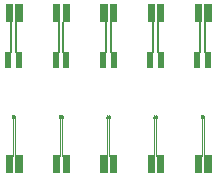
<source format=gtl>
G75*
%MOIN*%
%OFA0B0*%
%FSLAX25Y25*%
%IPPOS*%
%LPD*%
%AMOC8*
5,1,8,0,0,1.08239X$1,22.5*
%
%ADD10R,0.00394X0.01102*%
%ADD11R,0.00591X0.01102*%
%ADD12C,0.00039*%
%ADD13C,0.00236*%
%ADD14R,0.02165X0.05315*%
%ADD15C,0.00300*%
%ADD16C,0.00591*%
D10*
X0008185Y0021079D03*
X0023933Y0021079D03*
X0039681Y0021079D03*
X0055429Y0021079D03*
X0071177Y0021079D03*
D11*
X0072417Y0021079D03*
X0056669Y0021079D03*
X0040921Y0021079D03*
X0025173Y0021079D03*
X0009425Y0021079D03*
D12*
X0009130Y0021077D02*
X0008874Y0021077D01*
X0008874Y0021039D02*
X0009130Y0021039D01*
X0009130Y0021001D02*
X0008874Y0021001D01*
X0008874Y0020963D02*
X0009130Y0020963D01*
X0009130Y0020926D02*
X0008874Y0020926D01*
X0008874Y0020888D02*
X0009130Y0020888D01*
X0009130Y0020850D02*
X0008874Y0020850D01*
X0008874Y0020812D02*
X0009130Y0020812D01*
X0009130Y0020774D02*
X0008903Y0020774D01*
X0008874Y0020803D02*
X0009130Y0020547D01*
X0009130Y0021610D01*
X0008874Y0021354D01*
X0008874Y0020803D01*
X0008941Y0020736D02*
X0009130Y0020736D01*
X0009130Y0020698D02*
X0008979Y0020698D01*
X0009017Y0020660D02*
X0009130Y0020660D01*
X0009130Y0020623D02*
X0009055Y0020623D01*
X0009092Y0020585D02*
X0009130Y0020585D01*
X0009130Y0021115D02*
X0008874Y0021115D01*
X0008874Y0021153D02*
X0009130Y0021153D01*
X0009130Y0021191D02*
X0008874Y0021191D01*
X0008874Y0021229D02*
X0009130Y0021229D01*
X0009130Y0021267D02*
X0008874Y0021267D01*
X0008874Y0021304D02*
X0009130Y0021304D01*
X0009130Y0021342D02*
X0008874Y0021342D01*
X0008900Y0021380D02*
X0009130Y0021380D01*
X0009130Y0021418D02*
X0008938Y0021418D01*
X0008976Y0021456D02*
X0009130Y0021456D01*
X0009130Y0021494D02*
X0009014Y0021494D01*
X0009051Y0021532D02*
X0009130Y0021532D01*
X0009130Y0021570D02*
X0009089Y0021570D01*
X0009127Y0021607D02*
X0009130Y0021607D01*
X0008598Y0021394D02*
X0008598Y0020764D01*
X0008382Y0020547D01*
X0008382Y0021610D01*
X0008598Y0021394D01*
X0008598Y0021380D02*
X0008382Y0021380D01*
X0008382Y0021342D02*
X0008598Y0021342D01*
X0008598Y0021304D02*
X0008382Y0021304D01*
X0008382Y0021267D02*
X0008598Y0021267D01*
X0008598Y0021229D02*
X0008382Y0021229D01*
X0008382Y0021191D02*
X0008598Y0021191D01*
X0008598Y0021153D02*
X0008382Y0021153D01*
X0008382Y0021115D02*
X0008598Y0021115D01*
X0008598Y0021077D02*
X0008382Y0021077D01*
X0008382Y0021039D02*
X0008598Y0021039D01*
X0008598Y0021001D02*
X0008382Y0021001D01*
X0008382Y0020963D02*
X0008598Y0020963D01*
X0008598Y0020926D02*
X0008382Y0020926D01*
X0008382Y0020888D02*
X0008598Y0020888D01*
X0008598Y0020850D02*
X0008382Y0020850D01*
X0008382Y0020812D02*
X0008598Y0020812D01*
X0008598Y0020774D02*
X0008382Y0020774D01*
X0008382Y0020736D02*
X0008571Y0020736D01*
X0008533Y0020698D02*
X0008382Y0020698D01*
X0008382Y0020660D02*
X0008495Y0020660D01*
X0008457Y0020623D02*
X0008382Y0020623D01*
X0008382Y0020585D02*
X0008419Y0020585D01*
X0008382Y0021418D02*
X0008574Y0021418D01*
X0008536Y0021456D02*
X0008382Y0021456D01*
X0008382Y0021494D02*
X0008498Y0021494D01*
X0008460Y0021532D02*
X0008382Y0021532D01*
X0008382Y0021570D02*
X0008423Y0021570D01*
X0008385Y0021607D02*
X0008382Y0021607D01*
X0024130Y0021610D02*
X0024130Y0020547D01*
X0024346Y0020764D01*
X0024346Y0021394D01*
X0024130Y0021610D01*
X0024130Y0021607D02*
X0024133Y0021607D01*
X0024130Y0021570D02*
X0024171Y0021570D01*
X0024208Y0021532D02*
X0024130Y0021532D01*
X0024130Y0021494D02*
X0024246Y0021494D01*
X0024284Y0021456D02*
X0024130Y0021456D01*
X0024130Y0021418D02*
X0024322Y0021418D01*
X0024346Y0021380D02*
X0024130Y0021380D01*
X0024130Y0021342D02*
X0024346Y0021342D01*
X0024346Y0021304D02*
X0024130Y0021304D01*
X0024130Y0021267D02*
X0024346Y0021267D01*
X0024346Y0021229D02*
X0024130Y0021229D01*
X0024130Y0021191D02*
X0024346Y0021191D01*
X0024346Y0021153D02*
X0024130Y0021153D01*
X0024130Y0021115D02*
X0024346Y0021115D01*
X0024346Y0021077D02*
X0024130Y0021077D01*
X0024130Y0021039D02*
X0024346Y0021039D01*
X0024346Y0021001D02*
X0024130Y0021001D01*
X0024130Y0020963D02*
X0024346Y0020963D01*
X0024346Y0020926D02*
X0024130Y0020926D01*
X0024130Y0020888D02*
X0024346Y0020888D01*
X0024346Y0020850D02*
X0024130Y0020850D01*
X0024130Y0020812D02*
X0024346Y0020812D01*
X0024346Y0020774D02*
X0024130Y0020774D01*
X0024130Y0020736D02*
X0024319Y0020736D01*
X0024281Y0020698D02*
X0024130Y0020698D01*
X0024130Y0020660D02*
X0024243Y0020660D01*
X0024205Y0020623D02*
X0024130Y0020623D01*
X0024130Y0020585D02*
X0024167Y0020585D01*
X0024622Y0020803D02*
X0024622Y0021354D01*
X0024878Y0021610D01*
X0024878Y0020547D01*
X0024622Y0020803D01*
X0024622Y0020812D02*
X0024878Y0020812D01*
X0024878Y0020850D02*
X0024622Y0020850D01*
X0024622Y0020888D02*
X0024878Y0020888D01*
X0024878Y0020926D02*
X0024622Y0020926D01*
X0024622Y0020963D02*
X0024878Y0020963D01*
X0024878Y0021001D02*
X0024622Y0021001D01*
X0024622Y0021039D02*
X0024878Y0021039D01*
X0024878Y0021077D02*
X0024622Y0021077D01*
X0024622Y0021115D02*
X0024878Y0021115D01*
X0024878Y0021153D02*
X0024622Y0021153D01*
X0024622Y0021191D02*
X0024878Y0021191D01*
X0024878Y0021229D02*
X0024622Y0021229D01*
X0024622Y0021267D02*
X0024878Y0021267D01*
X0024878Y0021304D02*
X0024622Y0021304D01*
X0024622Y0021342D02*
X0024878Y0021342D01*
X0024878Y0021380D02*
X0024648Y0021380D01*
X0024686Y0021418D02*
X0024878Y0021418D01*
X0024878Y0021456D02*
X0024724Y0021456D01*
X0024762Y0021494D02*
X0024878Y0021494D01*
X0024878Y0021532D02*
X0024799Y0021532D01*
X0024837Y0021570D02*
X0024878Y0021570D01*
X0024875Y0021607D02*
X0024878Y0021607D01*
X0024878Y0020774D02*
X0024651Y0020774D01*
X0024689Y0020736D02*
X0024878Y0020736D01*
X0024878Y0020698D02*
X0024727Y0020698D01*
X0024765Y0020660D02*
X0024878Y0020660D01*
X0024878Y0020623D02*
X0024803Y0020623D01*
X0024841Y0020585D02*
X0024878Y0020585D01*
X0039878Y0020585D02*
X0039915Y0020585D01*
X0039878Y0020623D02*
X0039953Y0020623D01*
X0039991Y0020660D02*
X0039878Y0020660D01*
X0039878Y0020698D02*
X0040029Y0020698D01*
X0040067Y0020736D02*
X0039878Y0020736D01*
X0039878Y0020774D02*
X0040094Y0020774D01*
X0040094Y0020764D02*
X0040094Y0021394D01*
X0039878Y0021610D01*
X0039878Y0020547D01*
X0040094Y0020764D01*
X0040094Y0020812D02*
X0039878Y0020812D01*
X0039878Y0020850D02*
X0040094Y0020850D01*
X0040094Y0020888D02*
X0039878Y0020888D01*
X0039878Y0020926D02*
X0040094Y0020926D01*
X0040094Y0020963D02*
X0039878Y0020963D01*
X0039878Y0021001D02*
X0040094Y0021001D01*
X0040094Y0021039D02*
X0039878Y0021039D01*
X0039878Y0021077D02*
X0040094Y0021077D01*
X0040094Y0021115D02*
X0039878Y0021115D01*
X0039878Y0021153D02*
X0040094Y0021153D01*
X0040094Y0021191D02*
X0039878Y0021191D01*
X0039878Y0021229D02*
X0040094Y0021229D01*
X0040094Y0021267D02*
X0039878Y0021267D01*
X0039878Y0021304D02*
X0040094Y0021304D01*
X0040094Y0021342D02*
X0039878Y0021342D01*
X0039878Y0021380D02*
X0040094Y0021380D01*
X0040070Y0021418D02*
X0039878Y0021418D01*
X0039878Y0021456D02*
X0040032Y0021456D01*
X0039994Y0021494D02*
X0039878Y0021494D01*
X0039878Y0021532D02*
X0039956Y0021532D01*
X0039919Y0021570D02*
X0039878Y0021570D01*
X0039878Y0021607D02*
X0039881Y0021607D01*
X0040370Y0021354D02*
X0040370Y0020803D01*
X0040626Y0020547D01*
X0040626Y0021610D01*
X0040370Y0021354D01*
X0040370Y0021342D02*
X0040626Y0021342D01*
X0040626Y0021304D02*
X0040370Y0021304D01*
X0040370Y0021267D02*
X0040626Y0021267D01*
X0040626Y0021229D02*
X0040370Y0021229D01*
X0040370Y0021191D02*
X0040626Y0021191D01*
X0040626Y0021153D02*
X0040370Y0021153D01*
X0040370Y0021115D02*
X0040626Y0021115D01*
X0040626Y0021077D02*
X0040370Y0021077D01*
X0040370Y0021039D02*
X0040626Y0021039D01*
X0040626Y0021001D02*
X0040370Y0021001D01*
X0040370Y0020963D02*
X0040626Y0020963D01*
X0040626Y0020926D02*
X0040370Y0020926D01*
X0040370Y0020888D02*
X0040626Y0020888D01*
X0040626Y0020850D02*
X0040370Y0020850D01*
X0040370Y0020812D02*
X0040626Y0020812D01*
X0040626Y0020774D02*
X0040399Y0020774D01*
X0040437Y0020736D02*
X0040626Y0020736D01*
X0040626Y0020698D02*
X0040475Y0020698D01*
X0040513Y0020660D02*
X0040626Y0020660D01*
X0040626Y0020623D02*
X0040551Y0020623D01*
X0040589Y0020585D02*
X0040626Y0020585D01*
X0040626Y0021380D02*
X0040396Y0021380D01*
X0040434Y0021418D02*
X0040626Y0021418D01*
X0040626Y0021456D02*
X0040472Y0021456D01*
X0040510Y0021494D02*
X0040626Y0021494D01*
X0040626Y0021532D02*
X0040547Y0021532D01*
X0040585Y0021570D02*
X0040626Y0021570D01*
X0040623Y0021607D02*
X0040626Y0021607D01*
X0055626Y0021610D02*
X0055626Y0020547D01*
X0055843Y0020764D01*
X0055843Y0021394D01*
X0055626Y0021610D01*
X0055626Y0021607D02*
X0055629Y0021607D01*
X0055626Y0021570D02*
X0055667Y0021570D01*
X0055705Y0021532D02*
X0055626Y0021532D01*
X0055626Y0021494D02*
X0055742Y0021494D01*
X0055780Y0021456D02*
X0055626Y0021456D01*
X0055626Y0021418D02*
X0055818Y0021418D01*
X0055843Y0021380D02*
X0055626Y0021380D01*
X0055626Y0021342D02*
X0055843Y0021342D01*
X0055843Y0021304D02*
X0055626Y0021304D01*
X0055626Y0021267D02*
X0055843Y0021267D01*
X0055843Y0021229D02*
X0055626Y0021229D01*
X0055626Y0021191D02*
X0055843Y0021191D01*
X0055843Y0021153D02*
X0055626Y0021153D01*
X0055626Y0021115D02*
X0055843Y0021115D01*
X0055843Y0021077D02*
X0055626Y0021077D01*
X0055626Y0021039D02*
X0055843Y0021039D01*
X0055843Y0021001D02*
X0055626Y0021001D01*
X0055626Y0020963D02*
X0055843Y0020963D01*
X0055843Y0020926D02*
X0055626Y0020926D01*
X0055626Y0020888D02*
X0055843Y0020888D01*
X0055843Y0020850D02*
X0055626Y0020850D01*
X0055626Y0020812D02*
X0055843Y0020812D01*
X0055843Y0020774D02*
X0055626Y0020774D01*
X0055626Y0020736D02*
X0055815Y0020736D01*
X0055777Y0020698D02*
X0055626Y0020698D01*
X0055626Y0020660D02*
X0055739Y0020660D01*
X0055701Y0020623D02*
X0055626Y0020623D01*
X0055626Y0020585D02*
X0055663Y0020585D01*
X0056118Y0020803D02*
X0056118Y0021354D01*
X0056374Y0021610D01*
X0056374Y0020547D01*
X0056118Y0020803D01*
X0056118Y0020812D02*
X0056374Y0020812D01*
X0056374Y0020850D02*
X0056118Y0020850D01*
X0056118Y0020888D02*
X0056374Y0020888D01*
X0056374Y0020926D02*
X0056118Y0020926D01*
X0056118Y0020963D02*
X0056374Y0020963D01*
X0056374Y0021001D02*
X0056118Y0021001D01*
X0056118Y0021039D02*
X0056374Y0021039D01*
X0056374Y0021077D02*
X0056118Y0021077D01*
X0056118Y0021115D02*
X0056374Y0021115D01*
X0056374Y0021153D02*
X0056118Y0021153D01*
X0056118Y0021191D02*
X0056374Y0021191D01*
X0056374Y0021229D02*
X0056118Y0021229D01*
X0056118Y0021267D02*
X0056374Y0021267D01*
X0056374Y0021304D02*
X0056118Y0021304D01*
X0056118Y0021342D02*
X0056374Y0021342D01*
X0056374Y0021380D02*
X0056144Y0021380D01*
X0056182Y0021418D02*
X0056374Y0021418D01*
X0056374Y0021456D02*
X0056220Y0021456D01*
X0056258Y0021494D02*
X0056374Y0021494D01*
X0056374Y0021532D02*
X0056295Y0021532D01*
X0056333Y0021570D02*
X0056374Y0021570D01*
X0056371Y0021607D02*
X0056374Y0021607D01*
X0056374Y0020774D02*
X0056147Y0020774D01*
X0056185Y0020736D02*
X0056374Y0020736D01*
X0056374Y0020698D02*
X0056223Y0020698D01*
X0056261Y0020660D02*
X0056374Y0020660D01*
X0056374Y0020623D02*
X0056299Y0020623D01*
X0056337Y0020585D02*
X0056374Y0020585D01*
X0071374Y0020585D02*
X0071411Y0020585D01*
X0071374Y0020623D02*
X0071449Y0020623D01*
X0071487Y0020660D02*
X0071374Y0020660D01*
X0071374Y0020698D02*
X0071525Y0020698D01*
X0071563Y0020736D02*
X0071374Y0020736D01*
X0071374Y0020774D02*
X0071591Y0020774D01*
X0071591Y0020764D02*
X0071591Y0021394D01*
X0071374Y0021610D01*
X0071374Y0020547D01*
X0071591Y0020764D01*
X0071591Y0020812D02*
X0071374Y0020812D01*
X0071374Y0020850D02*
X0071591Y0020850D01*
X0071591Y0020888D02*
X0071374Y0020888D01*
X0071374Y0020926D02*
X0071591Y0020926D01*
X0071591Y0020963D02*
X0071374Y0020963D01*
X0071374Y0021001D02*
X0071591Y0021001D01*
X0071591Y0021039D02*
X0071374Y0021039D01*
X0071374Y0021077D02*
X0071591Y0021077D01*
X0071591Y0021115D02*
X0071374Y0021115D01*
X0071374Y0021153D02*
X0071591Y0021153D01*
X0071591Y0021191D02*
X0071374Y0021191D01*
X0071374Y0021229D02*
X0071591Y0021229D01*
X0071591Y0021267D02*
X0071374Y0021267D01*
X0071374Y0021304D02*
X0071591Y0021304D01*
X0071591Y0021342D02*
X0071374Y0021342D01*
X0071374Y0021380D02*
X0071591Y0021380D01*
X0071566Y0021418D02*
X0071374Y0021418D01*
X0071374Y0021456D02*
X0071528Y0021456D01*
X0071490Y0021494D02*
X0071374Y0021494D01*
X0071374Y0021532D02*
X0071453Y0021532D01*
X0071415Y0021570D02*
X0071374Y0021570D01*
X0071374Y0021607D02*
X0071377Y0021607D01*
X0071866Y0021354D02*
X0071866Y0020803D01*
X0072122Y0020547D01*
X0072122Y0021610D01*
X0071866Y0021354D01*
X0071866Y0021342D02*
X0072122Y0021342D01*
X0072122Y0021304D02*
X0071866Y0021304D01*
X0071866Y0021267D02*
X0072122Y0021267D01*
X0072122Y0021229D02*
X0071866Y0021229D01*
X0071866Y0021191D02*
X0072122Y0021191D01*
X0072122Y0021153D02*
X0071866Y0021153D01*
X0071866Y0021115D02*
X0072122Y0021115D01*
X0072122Y0021077D02*
X0071866Y0021077D01*
X0071866Y0021039D02*
X0072122Y0021039D01*
X0072122Y0021001D02*
X0071866Y0021001D01*
X0071866Y0020963D02*
X0072122Y0020963D01*
X0072122Y0020926D02*
X0071866Y0020926D01*
X0071866Y0020888D02*
X0072122Y0020888D01*
X0072122Y0020850D02*
X0071866Y0020850D01*
X0071866Y0020812D02*
X0072122Y0020812D01*
X0072122Y0020774D02*
X0071895Y0020774D01*
X0071933Y0020736D02*
X0072122Y0020736D01*
X0072122Y0020698D02*
X0071971Y0020698D01*
X0072009Y0020660D02*
X0072122Y0020660D01*
X0072122Y0020623D02*
X0072047Y0020623D01*
X0072085Y0020585D02*
X0072122Y0020585D01*
X0072122Y0021380D02*
X0071892Y0021380D01*
X0071930Y0021418D02*
X0072122Y0021418D01*
X0072122Y0021456D02*
X0071968Y0021456D01*
X0072006Y0021494D02*
X0072122Y0021494D01*
X0072122Y0021532D02*
X0072044Y0021532D01*
X0072081Y0021570D02*
X0072122Y0021570D01*
X0072119Y0021607D02*
X0072122Y0021607D01*
D13*
X0008362Y0002496D02*
X0006236Y0002496D01*
X0006236Y0008166D01*
X0008362Y0008166D01*
X0008362Y0002496D01*
X0008362Y0002731D02*
X0006236Y0002731D01*
X0006236Y0002966D02*
X0008362Y0002966D01*
X0008362Y0003201D02*
X0006236Y0003201D01*
X0006236Y0003436D02*
X0008362Y0003436D01*
X0008362Y0003671D02*
X0006236Y0003671D01*
X0006236Y0003906D02*
X0008362Y0003906D01*
X0008362Y0004141D02*
X0006236Y0004141D01*
X0006236Y0004376D02*
X0008362Y0004376D01*
X0008362Y0004611D02*
X0006236Y0004611D01*
X0006236Y0004846D02*
X0008362Y0004846D01*
X0008362Y0005081D02*
X0006236Y0005081D01*
X0006236Y0005316D02*
X0008362Y0005316D01*
X0008362Y0005551D02*
X0006236Y0005551D01*
X0006236Y0005786D02*
X0008362Y0005786D01*
X0008362Y0006021D02*
X0006236Y0006021D01*
X0006236Y0006256D02*
X0008362Y0006256D01*
X0008362Y0006491D02*
X0006236Y0006491D01*
X0006236Y0006726D02*
X0008362Y0006726D01*
X0008362Y0006961D02*
X0006236Y0006961D01*
X0006236Y0007196D02*
X0008362Y0007196D01*
X0008362Y0007431D02*
X0006236Y0007431D01*
X0006236Y0007666D02*
X0008362Y0007666D01*
X0008362Y0007901D02*
X0006236Y0007901D01*
X0006236Y0008136D02*
X0008362Y0008136D01*
X0009386Y0002496D02*
X0011512Y0002496D01*
X0009386Y0002496D02*
X0009386Y0008166D01*
X0011512Y0008166D01*
X0011512Y0002496D01*
X0011512Y0002731D02*
X0009386Y0002731D01*
X0009386Y0002966D02*
X0011512Y0002966D01*
X0011512Y0003201D02*
X0009386Y0003201D01*
X0009386Y0003436D02*
X0011512Y0003436D01*
X0011512Y0003671D02*
X0009386Y0003671D01*
X0009386Y0003906D02*
X0011512Y0003906D01*
X0011512Y0004141D02*
X0009386Y0004141D01*
X0009386Y0004376D02*
X0011512Y0004376D01*
X0011512Y0004611D02*
X0009386Y0004611D01*
X0009386Y0004846D02*
X0011512Y0004846D01*
X0011512Y0005081D02*
X0009386Y0005081D01*
X0009386Y0005316D02*
X0011512Y0005316D01*
X0011512Y0005551D02*
X0009386Y0005551D01*
X0009386Y0005786D02*
X0011512Y0005786D01*
X0011512Y0006021D02*
X0009386Y0006021D01*
X0009386Y0006256D02*
X0011512Y0006256D01*
X0011512Y0006491D02*
X0009386Y0006491D01*
X0009386Y0006726D02*
X0011512Y0006726D01*
X0011512Y0006961D02*
X0009386Y0006961D01*
X0009386Y0007196D02*
X0011512Y0007196D01*
X0011512Y0007431D02*
X0009386Y0007431D01*
X0009386Y0007666D02*
X0011512Y0007666D01*
X0011512Y0007901D02*
X0009386Y0007901D01*
X0009386Y0008136D02*
X0011512Y0008136D01*
X0021984Y0002496D02*
X0024110Y0002496D01*
X0021984Y0002496D02*
X0021984Y0008166D01*
X0024110Y0008166D01*
X0024110Y0002496D01*
X0024110Y0002731D02*
X0021984Y0002731D01*
X0021984Y0002966D02*
X0024110Y0002966D01*
X0024110Y0003201D02*
X0021984Y0003201D01*
X0021984Y0003436D02*
X0024110Y0003436D01*
X0024110Y0003671D02*
X0021984Y0003671D01*
X0021984Y0003906D02*
X0024110Y0003906D01*
X0024110Y0004141D02*
X0021984Y0004141D01*
X0021984Y0004376D02*
X0024110Y0004376D01*
X0024110Y0004611D02*
X0021984Y0004611D01*
X0021984Y0004846D02*
X0024110Y0004846D01*
X0024110Y0005081D02*
X0021984Y0005081D01*
X0021984Y0005316D02*
X0024110Y0005316D01*
X0024110Y0005551D02*
X0021984Y0005551D01*
X0021984Y0005786D02*
X0024110Y0005786D01*
X0024110Y0006021D02*
X0021984Y0006021D01*
X0021984Y0006256D02*
X0024110Y0006256D01*
X0024110Y0006491D02*
X0021984Y0006491D01*
X0021984Y0006726D02*
X0024110Y0006726D01*
X0024110Y0006961D02*
X0021984Y0006961D01*
X0021984Y0007196D02*
X0024110Y0007196D01*
X0024110Y0007431D02*
X0021984Y0007431D01*
X0021984Y0007666D02*
X0024110Y0007666D01*
X0024110Y0007901D02*
X0021984Y0007901D01*
X0021984Y0008136D02*
X0024110Y0008136D01*
X0025134Y0002496D02*
X0027260Y0002496D01*
X0025134Y0002496D02*
X0025134Y0008166D01*
X0027260Y0008166D01*
X0027260Y0002496D01*
X0027260Y0002731D02*
X0025134Y0002731D01*
X0025134Y0002966D02*
X0027260Y0002966D01*
X0027260Y0003201D02*
X0025134Y0003201D01*
X0025134Y0003436D02*
X0027260Y0003436D01*
X0027260Y0003671D02*
X0025134Y0003671D01*
X0025134Y0003906D02*
X0027260Y0003906D01*
X0027260Y0004141D02*
X0025134Y0004141D01*
X0025134Y0004376D02*
X0027260Y0004376D01*
X0027260Y0004611D02*
X0025134Y0004611D01*
X0025134Y0004846D02*
X0027260Y0004846D01*
X0027260Y0005081D02*
X0025134Y0005081D01*
X0025134Y0005316D02*
X0027260Y0005316D01*
X0027260Y0005551D02*
X0025134Y0005551D01*
X0025134Y0005786D02*
X0027260Y0005786D01*
X0027260Y0006021D02*
X0025134Y0006021D01*
X0025134Y0006256D02*
X0027260Y0006256D01*
X0027260Y0006491D02*
X0025134Y0006491D01*
X0025134Y0006726D02*
X0027260Y0006726D01*
X0027260Y0006961D02*
X0025134Y0006961D01*
X0025134Y0007196D02*
X0027260Y0007196D01*
X0027260Y0007431D02*
X0025134Y0007431D01*
X0025134Y0007666D02*
X0027260Y0007666D01*
X0027260Y0007901D02*
X0025134Y0007901D01*
X0025134Y0008136D02*
X0027260Y0008136D01*
X0037732Y0002496D02*
X0039858Y0002496D01*
X0037732Y0002496D02*
X0037732Y0008166D01*
X0039858Y0008166D01*
X0039858Y0002496D01*
X0039858Y0002731D02*
X0037732Y0002731D01*
X0037732Y0002966D02*
X0039858Y0002966D01*
X0039858Y0003201D02*
X0037732Y0003201D01*
X0037732Y0003436D02*
X0039858Y0003436D01*
X0039858Y0003671D02*
X0037732Y0003671D01*
X0037732Y0003906D02*
X0039858Y0003906D01*
X0039858Y0004141D02*
X0037732Y0004141D01*
X0037732Y0004376D02*
X0039858Y0004376D01*
X0039858Y0004611D02*
X0037732Y0004611D01*
X0037732Y0004846D02*
X0039858Y0004846D01*
X0039858Y0005081D02*
X0037732Y0005081D01*
X0037732Y0005316D02*
X0039858Y0005316D01*
X0039858Y0005551D02*
X0037732Y0005551D01*
X0037732Y0005786D02*
X0039858Y0005786D01*
X0039858Y0006021D02*
X0037732Y0006021D01*
X0037732Y0006256D02*
X0039858Y0006256D01*
X0039858Y0006491D02*
X0037732Y0006491D01*
X0037732Y0006726D02*
X0039858Y0006726D01*
X0039858Y0006961D02*
X0037732Y0006961D01*
X0037732Y0007196D02*
X0039858Y0007196D01*
X0039858Y0007431D02*
X0037732Y0007431D01*
X0037732Y0007666D02*
X0039858Y0007666D01*
X0039858Y0007901D02*
X0037732Y0007901D01*
X0037732Y0008136D02*
X0039858Y0008136D01*
X0040882Y0002496D02*
X0043008Y0002496D01*
X0040882Y0002496D02*
X0040882Y0008166D01*
X0043008Y0008166D01*
X0043008Y0002496D01*
X0043008Y0002731D02*
X0040882Y0002731D01*
X0040882Y0002966D02*
X0043008Y0002966D01*
X0043008Y0003201D02*
X0040882Y0003201D01*
X0040882Y0003436D02*
X0043008Y0003436D01*
X0043008Y0003671D02*
X0040882Y0003671D01*
X0040882Y0003906D02*
X0043008Y0003906D01*
X0043008Y0004141D02*
X0040882Y0004141D01*
X0040882Y0004376D02*
X0043008Y0004376D01*
X0043008Y0004611D02*
X0040882Y0004611D01*
X0040882Y0004846D02*
X0043008Y0004846D01*
X0043008Y0005081D02*
X0040882Y0005081D01*
X0040882Y0005316D02*
X0043008Y0005316D01*
X0043008Y0005551D02*
X0040882Y0005551D01*
X0040882Y0005786D02*
X0043008Y0005786D01*
X0043008Y0006021D02*
X0040882Y0006021D01*
X0040882Y0006256D02*
X0043008Y0006256D01*
X0043008Y0006491D02*
X0040882Y0006491D01*
X0040882Y0006726D02*
X0043008Y0006726D01*
X0043008Y0006961D02*
X0040882Y0006961D01*
X0040882Y0007196D02*
X0043008Y0007196D01*
X0043008Y0007431D02*
X0040882Y0007431D01*
X0040882Y0007666D02*
X0043008Y0007666D01*
X0043008Y0007901D02*
X0040882Y0007901D01*
X0040882Y0008136D02*
X0043008Y0008136D01*
X0053480Y0002496D02*
X0055606Y0002496D01*
X0053480Y0002496D02*
X0053480Y0008166D01*
X0055606Y0008166D01*
X0055606Y0002496D01*
X0055606Y0002731D02*
X0053480Y0002731D01*
X0053480Y0002966D02*
X0055606Y0002966D01*
X0055606Y0003201D02*
X0053480Y0003201D01*
X0053480Y0003436D02*
X0055606Y0003436D01*
X0055606Y0003671D02*
X0053480Y0003671D01*
X0053480Y0003906D02*
X0055606Y0003906D01*
X0055606Y0004141D02*
X0053480Y0004141D01*
X0053480Y0004376D02*
X0055606Y0004376D01*
X0055606Y0004611D02*
X0053480Y0004611D01*
X0053480Y0004846D02*
X0055606Y0004846D01*
X0055606Y0005081D02*
X0053480Y0005081D01*
X0053480Y0005316D02*
X0055606Y0005316D01*
X0055606Y0005551D02*
X0053480Y0005551D01*
X0053480Y0005786D02*
X0055606Y0005786D01*
X0055606Y0006021D02*
X0053480Y0006021D01*
X0053480Y0006256D02*
X0055606Y0006256D01*
X0055606Y0006491D02*
X0053480Y0006491D01*
X0053480Y0006726D02*
X0055606Y0006726D01*
X0055606Y0006961D02*
X0053480Y0006961D01*
X0053480Y0007196D02*
X0055606Y0007196D01*
X0055606Y0007431D02*
X0053480Y0007431D01*
X0053480Y0007666D02*
X0055606Y0007666D01*
X0055606Y0007901D02*
X0053480Y0007901D01*
X0053480Y0008136D02*
X0055606Y0008136D01*
X0056630Y0002496D02*
X0058756Y0002496D01*
X0056630Y0002496D02*
X0056630Y0008166D01*
X0058756Y0008166D01*
X0058756Y0002496D01*
X0058756Y0002731D02*
X0056630Y0002731D01*
X0056630Y0002966D02*
X0058756Y0002966D01*
X0058756Y0003201D02*
X0056630Y0003201D01*
X0056630Y0003436D02*
X0058756Y0003436D01*
X0058756Y0003671D02*
X0056630Y0003671D01*
X0056630Y0003906D02*
X0058756Y0003906D01*
X0058756Y0004141D02*
X0056630Y0004141D01*
X0056630Y0004376D02*
X0058756Y0004376D01*
X0058756Y0004611D02*
X0056630Y0004611D01*
X0056630Y0004846D02*
X0058756Y0004846D01*
X0058756Y0005081D02*
X0056630Y0005081D01*
X0056630Y0005316D02*
X0058756Y0005316D01*
X0058756Y0005551D02*
X0056630Y0005551D01*
X0056630Y0005786D02*
X0058756Y0005786D01*
X0058756Y0006021D02*
X0056630Y0006021D01*
X0056630Y0006256D02*
X0058756Y0006256D01*
X0058756Y0006491D02*
X0056630Y0006491D01*
X0056630Y0006726D02*
X0058756Y0006726D01*
X0058756Y0006961D02*
X0056630Y0006961D01*
X0056630Y0007196D02*
X0058756Y0007196D01*
X0058756Y0007431D02*
X0056630Y0007431D01*
X0056630Y0007666D02*
X0058756Y0007666D01*
X0058756Y0007901D02*
X0056630Y0007901D01*
X0056630Y0008136D02*
X0058756Y0008136D01*
X0069228Y0002496D02*
X0071354Y0002496D01*
X0069228Y0002496D02*
X0069228Y0008166D01*
X0071354Y0008166D01*
X0071354Y0002496D01*
X0071354Y0002731D02*
X0069228Y0002731D01*
X0069228Y0002966D02*
X0071354Y0002966D01*
X0071354Y0003201D02*
X0069228Y0003201D01*
X0069228Y0003436D02*
X0071354Y0003436D01*
X0071354Y0003671D02*
X0069228Y0003671D01*
X0069228Y0003906D02*
X0071354Y0003906D01*
X0071354Y0004141D02*
X0069228Y0004141D01*
X0069228Y0004376D02*
X0071354Y0004376D01*
X0071354Y0004611D02*
X0069228Y0004611D01*
X0069228Y0004846D02*
X0071354Y0004846D01*
X0071354Y0005081D02*
X0069228Y0005081D01*
X0069228Y0005316D02*
X0071354Y0005316D01*
X0071354Y0005551D02*
X0069228Y0005551D01*
X0069228Y0005786D02*
X0071354Y0005786D01*
X0071354Y0006021D02*
X0069228Y0006021D01*
X0069228Y0006256D02*
X0071354Y0006256D01*
X0071354Y0006491D02*
X0069228Y0006491D01*
X0069228Y0006726D02*
X0071354Y0006726D01*
X0071354Y0006961D02*
X0069228Y0006961D01*
X0069228Y0007196D02*
X0071354Y0007196D01*
X0071354Y0007431D02*
X0069228Y0007431D01*
X0069228Y0007666D02*
X0071354Y0007666D01*
X0071354Y0007901D02*
X0069228Y0007901D01*
X0069228Y0008136D02*
X0071354Y0008136D01*
X0072378Y0002496D02*
X0074504Y0002496D01*
X0072378Y0002496D02*
X0072378Y0008166D01*
X0074504Y0008166D01*
X0074504Y0002496D01*
X0074504Y0002731D02*
X0072378Y0002731D01*
X0072378Y0002966D02*
X0074504Y0002966D01*
X0074504Y0003201D02*
X0072378Y0003201D01*
X0072378Y0003436D02*
X0074504Y0003436D01*
X0074504Y0003671D02*
X0072378Y0003671D01*
X0072378Y0003906D02*
X0074504Y0003906D01*
X0074504Y0004141D02*
X0072378Y0004141D01*
X0072378Y0004376D02*
X0074504Y0004376D01*
X0074504Y0004611D02*
X0072378Y0004611D01*
X0072378Y0004846D02*
X0074504Y0004846D01*
X0074504Y0005081D02*
X0072378Y0005081D01*
X0072378Y0005316D02*
X0074504Y0005316D01*
X0074504Y0005551D02*
X0072378Y0005551D01*
X0072378Y0005786D02*
X0074504Y0005786D01*
X0074504Y0006021D02*
X0072378Y0006021D01*
X0072378Y0006256D02*
X0074504Y0006256D01*
X0074504Y0006491D02*
X0072378Y0006491D01*
X0072378Y0006726D02*
X0074504Y0006726D01*
X0074504Y0006961D02*
X0072378Y0006961D01*
X0072378Y0007196D02*
X0074504Y0007196D01*
X0074504Y0007431D02*
X0072378Y0007431D01*
X0072378Y0007666D02*
X0074504Y0007666D01*
X0074504Y0007901D02*
X0072378Y0007901D01*
X0072378Y0008136D02*
X0074504Y0008136D01*
X0074504Y0058559D02*
X0072378Y0058559D01*
X0074504Y0058559D02*
X0074504Y0052889D01*
X0072378Y0052889D01*
X0072378Y0058559D01*
X0072378Y0053124D02*
X0074504Y0053124D01*
X0074504Y0053359D02*
X0072378Y0053359D01*
X0072378Y0053594D02*
X0074504Y0053594D01*
X0074504Y0053829D02*
X0072378Y0053829D01*
X0072378Y0054064D02*
X0074504Y0054064D01*
X0074504Y0054299D02*
X0072378Y0054299D01*
X0072378Y0054534D02*
X0074504Y0054534D01*
X0074504Y0054769D02*
X0072378Y0054769D01*
X0072378Y0055004D02*
X0074504Y0055004D01*
X0074504Y0055239D02*
X0072378Y0055239D01*
X0072378Y0055474D02*
X0074504Y0055474D01*
X0074504Y0055709D02*
X0072378Y0055709D01*
X0072378Y0055944D02*
X0074504Y0055944D01*
X0074504Y0056179D02*
X0072378Y0056179D01*
X0072378Y0056414D02*
X0074504Y0056414D01*
X0074504Y0056649D02*
X0072378Y0056649D01*
X0072378Y0056884D02*
X0074504Y0056884D01*
X0074504Y0057119D02*
X0072378Y0057119D01*
X0072378Y0057354D02*
X0074504Y0057354D01*
X0074504Y0057589D02*
X0072378Y0057589D01*
X0072378Y0057824D02*
X0074504Y0057824D01*
X0074504Y0058059D02*
X0072378Y0058059D01*
X0072378Y0058294D02*
X0074504Y0058294D01*
X0074504Y0058529D02*
X0072378Y0058529D01*
X0071354Y0058559D02*
X0069228Y0058559D01*
X0071354Y0058559D02*
X0071354Y0052889D01*
X0069228Y0052889D01*
X0069228Y0058559D01*
X0069228Y0053124D02*
X0071354Y0053124D01*
X0071354Y0053359D02*
X0069228Y0053359D01*
X0069228Y0053594D02*
X0071354Y0053594D01*
X0071354Y0053829D02*
X0069228Y0053829D01*
X0069228Y0054064D02*
X0071354Y0054064D01*
X0071354Y0054299D02*
X0069228Y0054299D01*
X0069228Y0054534D02*
X0071354Y0054534D01*
X0071354Y0054769D02*
X0069228Y0054769D01*
X0069228Y0055004D02*
X0071354Y0055004D01*
X0071354Y0055239D02*
X0069228Y0055239D01*
X0069228Y0055474D02*
X0071354Y0055474D01*
X0071354Y0055709D02*
X0069228Y0055709D01*
X0069228Y0055944D02*
X0071354Y0055944D01*
X0071354Y0056179D02*
X0069228Y0056179D01*
X0069228Y0056414D02*
X0071354Y0056414D01*
X0071354Y0056649D02*
X0069228Y0056649D01*
X0069228Y0056884D02*
X0071354Y0056884D01*
X0071354Y0057119D02*
X0069228Y0057119D01*
X0069228Y0057354D02*
X0071354Y0057354D01*
X0071354Y0057589D02*
X0069228Y0057589D01*
X0069228Y0057824D02*
X0071354Y0057824D01*
X0071354Y0058059D02*
X0069228Y0058059D01*
X0069228Y0058294D02*
X0071354Y0058294D01*
X0071354Y0058529D02*
X0069228Y0058529D01*
X0058756Y0058559D02*
X0056630Y0058559D01*
X0058756Y0058559D02*
X0058756Y0052889D01*
X0056630Y0052889D01*
X0056630Y0058559D01*
X0056630Y0053124D02*
X0058756Y0053124D01*
X0058756Y0053359D02*
X0056630Y0053359D01*
X0056630Y0053594D02*
X0058756Y0053594D01*
X0058756Y0053829D02*
X0056630Y0053829D01*
X0056630Y0054064D02*
X0058756Y0054064D01*
X0058756Y0054299D02*
X0056630Y0054299D01*
X0056630Y0054534D02*
X0058756Y0054534D01*
X0058756Y0054769D02*
X0056630Y0054769D01*
X0056630Y0055004D02*
X0058756Y0055004D01*
X0058756Y0055239D02*
X0056630Y0055239D01*
X0056630Y0055474D02*
X0058756Y0055474D01*
X0058756Y0055709D02*
X0056630Y0055709D01*
X0056630Y0055944D02*
X0058756Y0055944D01*
X0058756Y0056179D02*
X0056630Y0056179D01*
X0056630Y0056414D02*
X0058756Y0056414D01*
X0058756Y0056649D02*
X0056630Y0056649D01*
X0056630Y0056884D02*
X0058756Y0056884D01*
X0058756Y0057119D02*
X0056630Y0057119D01*
X0056630Y0057354D02*
X0058756Y0057354D01*
X0058756Y0057589D02*
X0056630Y0057589D01*
X0056630Y0057824D02*
X0058756Y0057824D01*
X0058756Y0058059D02*
X0056630Y0058059D01*
X0056630Y0058294D02*
X0058756Y0058294D01*
X0058756Y0058529D02*
X0056630Y0058529D01*
X0055606Y0058559D02*
X0053480Y0058559D01*
X0055606Y0058559D02*
X0055606Y0052889D01*
X0053480Y0052889D01*
X0053480Y0058559D01*
X0053480Y0053124D02*
X0055606Y0053124D01*
X0055606Y0053359D02*
X0053480Y0053359D01*
X0053480Y0053594D02*
X0055606Y0053594D01*
X0055606Y0053829D02*
X0053480Y0053829D01*
X0053480Y0054064D02*
X0055606Y0054064D01*
X0055606Y0054299D02*
X0053480Y0054299D01*
X0053480Y0054534D02*
X0055606Y0054534D01*
X0055606Y0054769D02*
X0053480Y0054769D01*
X0053480Y0055004D02*
X0055606Y0055004D01*
X0055606Y0055239D02*
X0053480Y0055239D01*
X0053480Y0055474D02*
X0055606Y0055474D01*
X0055606Y0055709D02*
X0053480Y0055709D01*
X0053480Y0055944D02*
X0055606Y0055944D01*
X0055606Y0056179D02*
X0053480Y0056179D01*
X0053480Y0056414D02*
X0055606Y0056414D01*
X0055606Y0056649D02*
X0053480Y0056649D01*
X0053480Y0056884D02*
X0055606Y0056884D01*
X0055606Y0057119D02*
X0053480Y0057119D01*
X0053480Y0057354D02*
X0055606Y0057354D01*
X0055606Y0057589D02*
X0053480Y0057589D01*
X0053480Y0057824D02*
X0055606Y0057824D01*
X0055606Y0058059D02*
X0053480Y0058059D01*
X0053480Y0058294D02*
X0055606Y0058294D01*
X0055606Y0058529D02*
X0053480Y0058529D01*
X0043008Y0058559D02*
X0040882Y0058559D01*
X0043008Y0058559D02*
X0043008Y0052889D01*
X0040882Y0052889D01*
X0040882Y0058559D01*
X0040882Y0053124D02*
X0043008Y0053124D01*
X0043008Y0053359D02*
X0040882Y0053359D01*
X0040882Y0053594D02*
X0043008Y0053594D01*
X0043008Y0053829D02*
X0040882Y0053829D01*
X0040882Y0054064D02*
X0043008Y0054064D01*
X0043008Y0054299D02*
X0040882Y0054299D01*
X0040882Y0054534D02*
X0043008Y0054534D01*
X0043008Y0054769D02*
X0040882Y0054769D01*
X0040882Y0055004D02*
X0043008Y0055004D01*
X0043008Y0055239D02*
X0040882Y0055239D01*
X0040882Y0055474D02*
X0043008Y0055474D01*
X0043008Y0055709D02*
X0040882Y0055709D01*
X0040882Y0055944D02*
X0043008Y0055944D01*
X0043008Y0056179D02*
X0040882Y0056179D01*
X0040882Y0056414D02*
X0043008Y0056414D01*
X0043008Y0056649D02*
X0040882Y0056649D01*
X0040882Y0056884D02*
X0043008Y0056884D01*
X0043008Y0057119D02*
X0040882Y0057119D01*
X0040882Y0057354D02*
X0043008Y0057354D01*
X0043008Y0057589D02*
X0040882Y0057589D01*
X0040882Y0057824D02*
X0043008Y0057824D01*
X0043008Y0058059D02*
X0040882Y0058059D01*
X0040882Y0058294D02*
X0043008Y0058294D01*
X0043008Y0058529D02*
X0040882Y0058529D01*
X0039858Y0058559D02*
X0037732Y0058559D01*
X0039858Y0058559D02*
X0039858Y0052889D01*
X0037732Y0052889D01*
X0037732Y0058559D01*
X0037732Y0053124D02*
X0039858Y0053124D01*
X0039858Y0053359D02*
X0037732Y0053359D01*
X0037732Y0053594D02*
X0039858Y0053594D01*
X0039858Y0053829D02*
X0037732Y0053829D01*
X0037732Y0054064D02*
X0039858Y0054064D01*
X0039858Y0054299D02*
X0037732Y0054299D01*
X0037732Y0054534D02*
X0039858Y0054534D01*
X0039858Y0054769D02*
X0037732Y0054769D01*
X0037732Y0055004D02*
X0039858Y0055004D01*
X0039858Y0055239D02*
X0037732Y0055239D01*
X0037732Y0055474D02*
X0039858Y0055474D01*
X0039858Y0055709D02*
X0037732Y0055709D01*
X0037732Y0055944D02*
X0039858Y0055944D01*
X0039858Y0056179D02*
X0037732Y0056179D01*
X0037732Y0056414D02*
X0039858Y0056414D01*
X0039858Y0056649D02*
X0037732Y0056649D01*
X0037732Y0056884D02*
X0039858Y0056884D01*
X0039858Y0057119D02*
X0037732Y0057119D01*
X0037732Y0057354D02*
X0039858Y0057354D01*
X0039858Y0057589D02*
X0037732Y0057589D01*
X0037732Y0057824D02*
X0039858Y0057824D01*
X0039858Y0058059D02*
X0037732Y0058059D01*
X0037732Y0058294D02*
X0039858Y0058294D01*
X0039858Y0058529D02*
X0037732Y0058529D01*
X0027260Y0058559D02*
X0025134Y0058559D01*
X0027260Y0058559D02*
X0027260Y0052889D01*
X0025134Y0052889D01*
X0025134Y0058559D01*
X0025134Y0053124D02*
X0027260Y0053124D01*
X0027260Y0053359D02*
X0025134Y0053359D01*
X0025134Y0053594D02*
X0027260Y0053594D01*
X0027260Y0053829D02*
X0025134Y0053829D01*
X0025134Y0054064D02*
X0027260Y0054064D01*
X0027260Y0054299D02*
X0025134Y0054299D01*
X0025134Y0054534D02*
X0027260Y0054534D01*
X0027260Y0054769D02*
X0025134Y0054769D01*
X0025134Y0055004D02*
X0027260Y0055004D01*
X0027260Y0055239D02*
X0025134Y0055239D01*
X0025134Y0055474D02*
X0027260Y0055474D01*
X0027260Y0055709D02*
X0025134Y0055709D01*
X0025134Y0055944D02*
X0027260Y0055944D01*
X0027260Y0056179D02*
X0025134Y0056179D01*
X0025134Y0056414D02*
X0027260Y0056414D01*
X0027260Y0056649D02*
X0025134Y0056649D01*
X0025134Y0056884D02*
X0027260Y0056884D01*
X0027260Y0057119D02*
X0025134Y0057119D01*
X0025134Y0057354D02*
X0027260Y0057354D01*
X0027260Y0057589D02*
X0025134Y0057589D01*
X0025134Y0057824D02*
X0027260Y0057824D01*
X0027260Y0058059D02*
X0025134Y0058059D01*
X0025134Y0058294D02*
X0027260Y0058294D01*
X0027260Y0058529D02*
X0025134Y0058529D01*
X0024110Y0058559D02*
X0021984Y0058559D01*
X0024110Y0058559D02*
X0024110Y0052889D01*
X0021984Y0052889D01*
X0021984Y0058559D01*
X0021984Y0053124D02*
X0024110Y0053124D01*
X0024110Y0053359D02*
X0021984Y0053359D01*
X0021984Y0053594D02*
X0024110Y0053594D01*
X0024110Y0053829D02*
X0021984Y0053829D01*
X0021984Y0054064D02*
X0024110Y0054064D01*
X0024110Y0054299D02*
X0021984Y0054299D01*
X0021984Y0054534D02*
X0024110Y0054534D01*
X0024110Y0054769D02*
X0021984Y0054769D01*
X0021984Y0055004D02*
X0024110Y0055004D01*
X0024110Y0055239D02*
X0021984Y0055239D01*
X0021984Y0055474D02*
X0024110Y0055474D01*
X0024110Y0055709D02*
X0021984Y0055709D01*
X0021984Y0055944D02*
X0024110Y0055944D01*
X0024110Y0056179D02*
X0021984Y0056179D01*
X0021984Y0056414D02*
X0024110Y0056414D01*
X0024110Y0056649D02*
X0021984Y0056649D01*
X0021984Y0056884D02*
X0024110Y0056884D01*
X0024110Y0057119D02*
X0021984Y0057119D01*
X0021984Y0057354D02*
X0024110Y0057354D01*
X0024110Y0057589D02*
X0021984Y0057589D01*
X0021984Y0057824D02*
X0024110Y0057824D01*
X0024110Y0058059D02*
X0021984Y0058059D01*
X0021984Y0058294D02*
X0024110Y0058294D01*
X0024110Y0058529D02*
X0021984Y0058529D01*
X0011512Y0058559D02*
X0009386Y0058559D01*
X0011512Y0058559D02*
X0011512Y0052889D01*
X0009386Y0052889D01*
X0009386Y0058559D01*
X0009386Y0053124D02*
X0011512Y0053124D01*
X0011512Y0053359D02*
X0009386Y0053359D01*
X0009386Y0053594D02*
X0011512Y0053594D01*
X0011512Y0053829D02*
X0009386Y0053829D01*
X0009386Y0054064D02*
X0011512Y0054064D01*
X0011512Y0054299D02*
X0009386Y0054299D01*
X0009386Y0054534D02*
X0011512Y0054534D01*
X0011512Y0054769D02*
X0009386Y0054769D01*
X0009386Y0055004D02*
X0011512Y0055004D01*
X0011512Y0055239D02*
X0009386Y0055239D01*
X0009386Y0055474D02*
X0011512Y0055474D01*
X0011512Y0055709D02*
X0009386Y0055709D01*
X0009386Y0055944D02*
X0011512Y0055944D01*
X0011512Y0056179D02*
X0009386Y0056179D01*
X0009386Y0056414D02*
X0011512Y0056414D01*
X0011512Y0056649D02*
X0009386Y0056649D01*
X0009386Y0056884D02*
X0011512Y0056884D01*
X0011512Y0057119D02*
X0009386Y0057119D01*
X0009386Y0057354D02*
X0011512Y0057354D01*
X0011512Y0057589D02*
X0009386Y0057589D01*
X0009386Y0057824D02*
X0011512Y0057824D01*
X0011512Y0058059D02*
X0009386Y0058059D01*
X0009386Y0058294D02*
X0011512Y0058294D01*
X0011512Y0058529D02*
X0009386Y0058529D01*
X0008362Y0058559D02*
X0006236Y0058559D01*
X0008362Y0058559D02*
X0008362Y0052889D01*
X0006236Y0052889D01*
X0006236Y0058559D01*
X0006236Y0053124D02*
X0008362Y0053124D01*
X0008362Y0053359D02*
X0006236Y0053359D01*
X0006236Y0053594D02*
X0008362Y0053594D01*
X0008362Y0053829D02*
X0006236Y0053829D01*
X0006236Y0054064D02*
X0008362Y0054064D01*
X0008362Y0054299D02*
X0006236Y0054299D01*
X0006236Y0054534D02*
X0008362Y0054534D01*
X0008362Y0054769D02*
X0006236Y0054769D01*
X0006236Y0055004D02*
X0008362Y0055004D01*
X0008362Y0055239D02*
X0006236Y0055239D01*
X0006236Y0055474D02*
X0008362Y0055474D01*
X0008362Y0055709D02*
X0006236Y0055709D01*
X0006236Y0055944D02*
X0008362Y0055944D01*
X0008362Y0056179D02*
X0006236Y0056179D01*
X0006236Y0056414D02*
X0008362Y0056414D01*
X0008362Y0056649D02*
X0006236Y0056649D01*
X0006236Y0056884D02*
X0008362Y0056884D01*
X0008362Y0057119D02*
X0006236Y0057119D01*
X0006236Y0057354D02*
X0008362Y0057354D01*
X0008362Y0057589D02*
X0006236Y0057589D01*
X0006236Y0057824D02*
X0008362Y0057824D01*
X0008362Y0058059D02*
X0006236Y0058059D01*
X0006236Y0058294D02*
X0008362Y0058294D01*
X0008362Y0058529D02*
X0006236Y0058529D01*
D14*
X0007102Y0039976D03*
X0010646Y0039976D03*
X0022850Y0039976D03*
X0026394Y0039976D03*
X0038598Y0039976D03*
X0042142Y0039976D03*
X0054346Y0039976D03*
X0057890Y0039976D03*
X0070094Y0039976D03*
X0073638Y0039976D03*
D15*
X0072417Y0021079D02*
X0072417Y0020567D01*
X0072142Y0020173D01*
X0072142Y0008402D01*
X0073441Y0005331D01*
X0070291Y0005331D02*
X0071512Y0008323D01*
X0071512Y0020213D01*
X0071177Y0020665D01*
X0071177Y0021079D01*
X0056669Y0021079D02*
X0056669Y0020567D01*
X0056394Y0020173D01*
X0056394Y0008402D01*
X0057693Y0005331D01*
X0054543Y0005331D02*
X0055764Y0008323D01*
X0055764Y0020213D01*
X0055429Y0020665D01*
X0055429Y0021079D01*
X0040921Y0021079D02*
X0040921Y0020567D01*
X0040646Y0020173D01*
X0040646Y0008402D01*
X0041945Y0005331D01*
X0038795Y0005331D02*
X0040016Y0008323D01*
X0040016Y0020213D01*
X0039681Y0020665D01*
X0039681Y0021079D01*
X0025173Y0021079D02*
X0025173Y0020567D01*
X0024898Y0020173D01*
X0024898Y0008402D01*
X0026197Y0005331D01*
X0023047Y0005331D02*
X0024268Y0008323D01*
X0024268Y0020213D01*
X0023933Y0020665D01*
X0023933Y0021079D01*
X0009425Y0021079D02*
X0009425Y0020567D01*
X0009150Y0020173D01*
X0009150Y0008402D01*
X0010449Y0005331D01*
X0007299Y0005331D02*
X0008520Y0008323D01*
X0008520Y0020213D01*
X0008185Y0020665D01*
X0008185Y0021079D01*
X0026394Y0039976D02*
X0026394Y0040370D01*
D16*
X0026368Y0040372D01*
X0026343Y0040377D01*
X0026319Y0040385D01*
X0026296Y0040396D01*
X0026274Y0040411D01*
X0026255Y0040428D01*
X0026238Y0040447D01*
X0026223Y0040469D01*
X0026212Y0040492D01*
X0026204Y0040516D01*
X0026199Y0040541D01*
X0026197Y0040567D01*
X0026197Y0041945D01*
X0025409Y0042732D01*
X0025409Y0052575D01*
X0026197Y0053362D01*
X0026197Y0055724D01*
X0023047Y0055724D02*
X0023047Y0053362D01*
X0023835Y0052575D01*
X0023835Y0042732D01*
X0023047Y0041945D01*
X0023047Y0040173D01*
X0023045Y0040147D01*
X0023040Y0040122D01*
X0023032Y0040098D01*
X0023021Y0040075D01*
X0023006Y0040053D01*
X0022989Y0040034D01*
X0022970Y0040017D01*
X0022949Y0040002D01*
X0022925Y0039991D01*
X0022901Y0039983D01*
X0022876Y0039978D01*
X0022850Y0039976D01*
X0010646Y0039976D02*
X0010620Y0039978D01*
X0010595Y0039983D01*
X0010571Y0039991D01*
X0010548Y0040002D01*
X0010526Y0040017D01*
X0010507Y0040034D01*
X0010490Y0040053D01*
X0010475Y0040075D01*
X0010464Y0040098D01*
X0010456Y0040122D01*
X0010451Y0040147D01*
X0010449Y0040173D01*
X0010449Y0041945D01*
X0009661Y0042732D01*
X0009661Y0052969D01*
X0010449Y0053756D01*
X0010449Y0055724D01*
X0007299Y0055724D02*
X0007299Y0053756D01*
X0008087Y0052969D01*
X0008087Y0042732D01*
X0007299Y0041945D01*
X0007299Y0040173D01*
X0007297Y0040147D01*
X0007292Y0040122D01*
X0007284Y0040098D01*
X0007273Y0040075D01*
X0007258Y0040053D01*
X0007241Y0040034D01*
X0007222Y0040017D01*
X0007201Y0040002D01*
X0007177Y0039991D01*
X0007153Y0039983D01*
X0007128Y0039978D01*
X0007102Y0039976D01*
X0038598Y0039976D02*
X0038624Y0039978D01*
X0038649Y0039983D01*
X0038673Y0039991D01*
X0038697Y0040002D01*
X0038718Y0040017D01*
X0038737Y0040034D01*
X0038754Y0040053D01*
X0038769Y0040075D01*
X0038780Y0040098D01*
X0038788Y0040122D01*
X0038793Y0040147D01*
X0038795Y0040173D01*
X0038795Y0041945D01*
X0039583Y0042732D01*
X0039583Y0052575D01*
X0038795Y0053362D01*
X0038795Y0055724D01*
X0041945Y0055724D02*
X0041945Y0053362D01*
X0041157Y0052575D01*
X0041157Y0042732D01*
X0041945Y0041945D01*
X0041945Y0040173D01*
X0041947Y0040147D01*
X0041952Y0040122D01*
X0041960Y0040098D01*
X0041971Y0040075D01*
X0041986Y0040053D01*
X0042003Y0040034D01*
X0042022Y0040017D01*
X0042044Y0040002D01*
X0042067Y0039991D01*
X0042091Y0039983D01*
X0042116Y0039978D01*
X0042142Y0039976D01*
X0054346Y0039976D02*
X0054372Y0039978D01*
X0054397Y0039983D01*
X0054421Y0039991D01*
X0054445Y0040002D01*
X0054466Y0040017D01*
X0054485Y0040034D01*
X0054502Y0040053D01*
X0054517Y0040075D01*
X0054528Y0040098D01*
X0054536Y0040122D01*
X0054541Y0040147D01*
X0054543Y0040173D01*
X0054543Y0041945D01*
X0055331Y0042732D01*
X0055331Y0052575D01*
X0054543Y0053362D01*
X0054543Y0055724D01*
X0057693Y0055724D02*
X0057693Y0053362D01*
X0056906Y0052575D01*
X0056906Y0042732D01*
X0057693Y0041945D01*
X0057693Y0040173D01*
X0057695Y0040147D01*
X0057700Y0040122D01*
X0057708Y0040098D01*
X0057719Y0040075D01*
X0057734Y0040053D01*
X0057751Y0040034D01*
X0057770Y0040017D01*
X0057792Y0040002D01*
X0057815Y0039991D01*
X0057839Y0039983D01*
X0057864Y0039978D01*
X0057890Y0039976D01*
X0070094Y0039976D02*
X0070120Y0039978D01*
X0070145Y0039983D01*
X0070169Y0039991D01*
X0070193Y0040002D01*
X0070214Y0040017D01*
X0070233Y0040034D01*
X0070250Y0040053D01*
X0070265Y0040075D01*
X0070276Y0040098D01*
X0070284Y0040122D01*
X0070289Y0040147D01*
X0070291Y0040173D01*
X0070291Y0041945D01*
X0071079Y0042732D01*
X0071079Y0052575D01*
X0070291Y0053362D01*
X0070291Y0055724D01*
X0073441Y0055724D02*
X0073441Y0053362D01*
X0072654Y0052575D01*
X0072654Y0042732D01*
X0073441Y0041945D01*
X0073441Y0040173D01*
X0073443Y0040147D01*
X0073448Y0040122D01*
X0073456Y0040098D01*
X0073467Y0040075D01*
X0073482Y0040053D01*
X0073499Y0040034D01*
X0073518Y0040017D01*
X0073540Y0040002D01*
X0073563Y0039991D01*
X0073587Y0039983D01*
X0073612Y0039978D01*
X0073638Y0039976D01*
M02*

</source>
